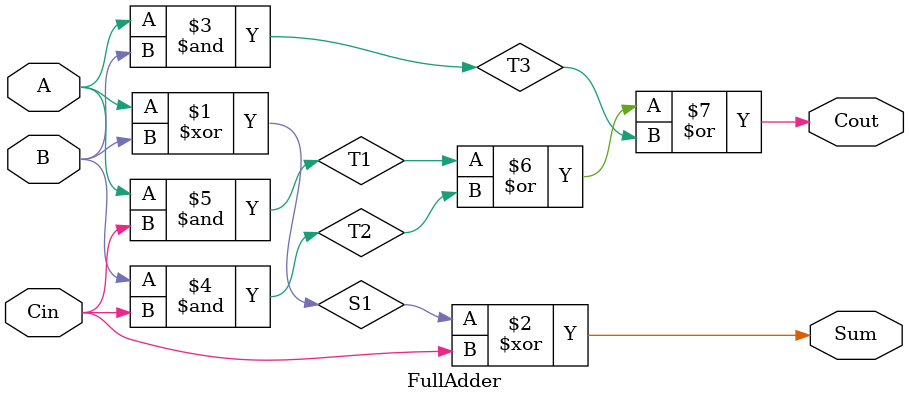
<source format=v>
module FullAdder (
	input A, B, Cin,
	output Sum, Cout);
	
	wire S1, T1, T2, T3;
	
	// Structural code for 1-bit Full Adder 
	xor U1(S1, A, B);
	xor U2(Sum, S1, Cin);
	
	and U3(T3, A, B);
	and U4(T2, B, Cin);
	and U5(T1, A, Cin);
	
	or U6(Cout, T1,T2,T3);
	
endmodule

</source>
